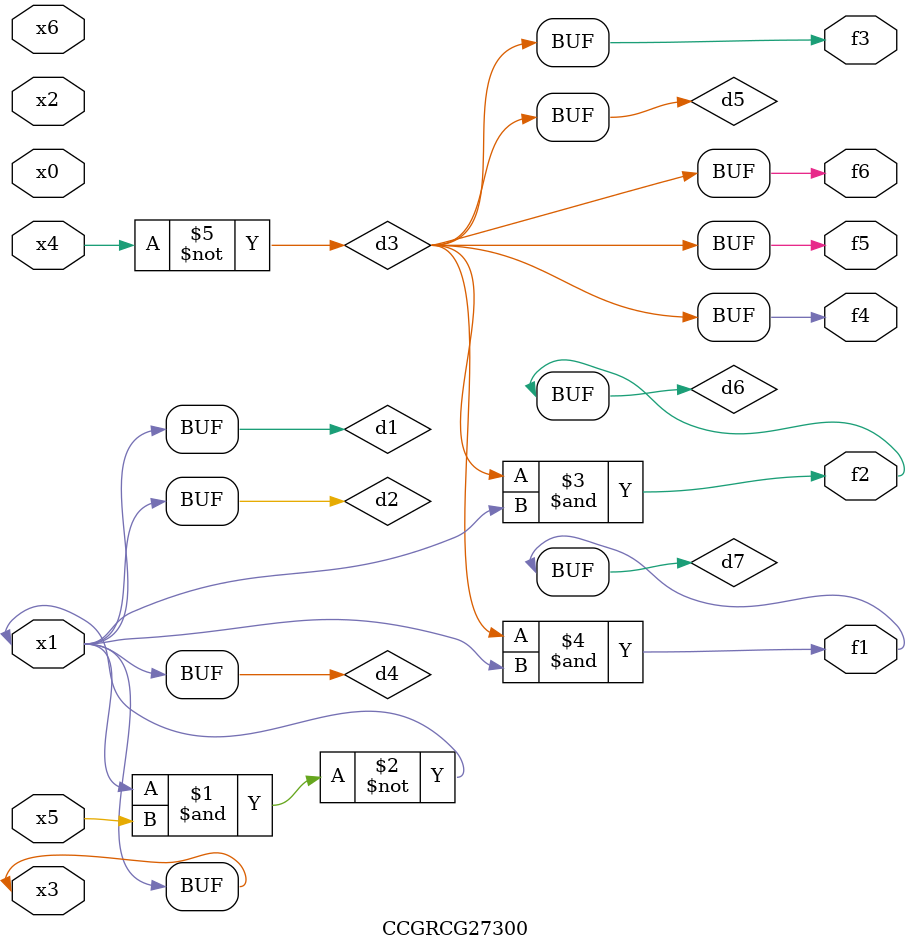
<source format=v>
module CCGRCG27300(
	input x0, x1, x2, x3, x4, x5, x6,
	output f1, f2, f3, f4, f5, f6
);

	wire d1, d2, d3, d4, d5, d6, d7;

	buf (d1, x1, x3);
	nand (d2, x1, x5);
	not (d3, x4);
	buf (d4, d1, d2);
	buf (d5, d3);
	and (d6, d3, d4);
	and (d7, d3, d4);
	assign f1 = d7;
	assign f2 = d6;
	assign f3 = d5;
	assign f4 = d5;
	assign f5 = d5;
	assign f6 = d5;
endmodule

</source>
